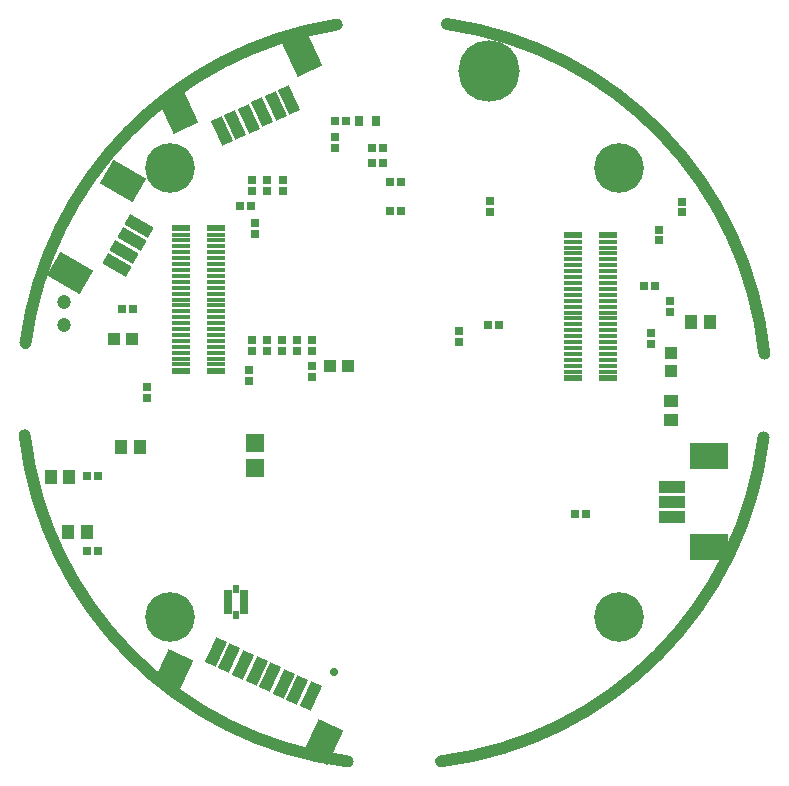
<source format=gbs>
%FSLAX44Y44*%
%MOMM*%
G71*
G01*
G75*
G04 Layer_Color=16711935*
%ADD10C,0.6000*%
%ADD11C,0.8000*%
%ADD12C,0.2540*%
%ADD13R,0.5000X0.6000*%
%ADD14R,0.6000X0.5000*%
%ADD15R,1.0160X0.8890*%
%ADD16R,0.8890X1.0160*%
%ADD17R,1.3970X1.3970*%
G04:AMPARAMS|DCode=18|XSize=0.32mm|YSize=1.7mm|CornerRadius=0.08mm|HoleSize=0mm|Usage=FLASHONLY|Rotation=0.000|XOffset=0mm|YOffset=0mm|HoleType=Round|Shape=RoundedRectangle|*
%AMROUNDEDRECTD18*
21,1,0.3200,1.5400,0,0,0.0*
21,1,0.1600,1.7000,0,0,0.0*
1,1,0.1600,0.0800,-0.7700*
1,1,0.1600,-0.0800,-0.7700*
1,1,0.1600,-0.0800,0.7700*
1,1,0.1600,0.0800,0.7700*
%
%ADD18ROUNDEDRECTD18*%
%ADD19R,0.5000X1.7000*%
%ADD20R,2.1000X0.8000*%
%ADD21R,3.0000X2.1000*%
%ADD22R,1.6000X1.0000*%
%ADD23R,3.2800X2.4000*%
%ADD24O,0.3500X2.0000*%
%ADD25R,1.5200X0.7600*%
%ADD26R,0.8000X2.1000*%
%ADD27R,2.1000X3.0000*%
%ADD28R,2.0320X0.6096*%
%ADD29O,2.0320X0.6096*%
G04:AMPARAMS|DCode=30|XSize=2mm|YSize=2mm|CornerRadius=0mm|HoleSize=0mm|Usage=FLASHONLY|Rotation=0.000|XOffset=0mm|YOffset=0mm|HoleType=Round|Shape=RoundedRectangle|*
%AMROUNDEDRECTD30*
21,1,2.0000,2.0000,0,0,0.0*
21,1,2.0000,2.0000,0,0,0.0*
1,1,0.0000,1.0000,-1.0000*
1,1,0.0000,-1.0000,-1.0000*
1,1,0.0000,-1.0000,1.0000*
1,1,0.0000,1.0000,1.0000*
%
%ADD30ROUNDEDRECTD30*%
%ADD31R,1.8000X1.2000*%
%ADD32R,1.0668X0.8128*%
%ADD33R,0.4000X1.7000*%
G04:AMPARAMS|DCode=34|XSize=0.4mm|YSize=1.7mm|CornerRadius=0.1mm|HoleSize=0mm|Usage=FLASHONLY|Rotation=0.000|XOffset=0mm|YOffset=0mm|HoleType=Round|Shape=RoundedRectangle|*
%AMROUNDEDRECTD34*
21,1,0.4000,1.5000,0,0,0.0*
21,1,0.2000,1.7000,0,0,0.0*
1,1,0.2000,0.1000,-0.7500*
1,1,0.2000,-0.1000,-0.7500*
1,1,0.2000,-0.1000,0.7500*
1,1,0.2000,0.1000,0.7500*
%
%ADD34ROUNDEDRECTD34*%
%ADD35R,0.8128X1.0668*%
%ADD36R,1.3970X1.3970*%
%ADD37R,1.6000X1.2000*%
%ADD38R,1.2954X1.6002*%
%ADD39R,1.6002X1.2954*%
%ADD40R,0.8128X0.8128*%
%ADD41R,6.3000X2.1500*%
%ADD42C,1.0000*%
%ADD43C,0.4000*%
%ADD44C,0.3000*%
%ADD45C,0.5000*%
%ADD46C,5.0000*%
G04:AMPARAMS|DCode=47|XSize=4mm|YSize=4mm|CornerRadius=2mm|HoleSize=0mm|Usage=FLASHONLY|Rotation=0.000|XOffset=0mm|YOffset=0mm|HoleType=Round|Shape=RoundedRectangle|*
%AMROUNDEDRECTD47*
21,1,4.0000,0.0000,0,0,0.0*
21,1,0.0000,4.0000,0,0,0.0*
1,1,4.0000,0.0000,0.0000*
1,1,4.0000,0.0000,0.0000*
1,1,4.0000,0.0000,0.0000*
1,1,4.0000,0.0000,0.0000*
%
%ADD47ROUNDEDRECTD47*%
%ADD48C,1.0000*%
%ADD49C,0.5000*%
%ADD50R,0.3050X0.6000*%
%ADD51R,0.5500X0.3050*%
%ADD52R,0.5500X0.3048*%
G04:AMPARAMS|DCode=53|XSize=3mm|YSize=2.1mm|CornerRadius=0mm|HoleSize=0mm|Usage=FLASHONLY|Rotation=330.000|XOffset=0mm|YOffset=0mm|HoleType=Round|Shape=Rectangle|*
%AMROTATEDRECTD53*
4,1,4,-1.8240,-0.1593,-0.7740,1.6593,1.8240,0.1593,0.7740,-1.6593,-1.8240,-0.1593,0.0*
%
%ADD53ROTATEDRECTD53*%

G04:AMPARAMS|DCode=54|XSize=2.1mm|YSize=0.8mm|CornerRadius=0mm|HoleSize=0mm|Usage=FLASHONLY|Rotation=330.000|XOffset=0mm|YOffset=0mm|HoleType=Round|Shape=Rectangle|*
%AMROTATEDRECTD54*
4,1,4,-1.1093,0.1786,-0.7093,0.8714,1.1093,-0.1786,0.7093,-0.8714,-1.1093,0.1786,0.0*
%
%ADD54ROTATEDRECTD54*%

G04:AMPARAMS|DCode=55|XSize=2.1mm|YSize=0.8mm|CornerRadius=0mm|HoleSize=0mm|Usage=FLASHONLY|Rotation=65.000|XOffset=0mm|YOffset=0mm|HoleType=Round|Shape=Rectangle|*
%AMROTATEDRECTD55*
4,1,4,-0.0812,-1.1207,-0.8063,-0.7826,0.0812,1.1207,0.8063,0.7826,-0.0812,-1.1207,0.0*
%
%ADD55ROTATEDRECTD55*%

G04:AMPARAMS|DCode=56|XSize=3mm|YSize=2.1mm|CornerRadius=0mm|HoleSize=0mm|Usage=FLASHONLY|Rotation=65.000|XOffset=0mm|YOffset=0mm|HoleType=Round|Shape=Rectangle|*
%AMROTATEDRECTD56*
4,1,4,0.3177,-1.8032,-1.5856,-0.9157,-0.3177,1.8032,1.5856,0.9157,0.3177,-1.8032,0.0*
%
%ADD56ROTATEDRECTD56*%

%ADD57R,1.3500X0.3000*%
%ADD58R,1.3500X0.2500*%
%ADD59R,0.6000X0.7000*%
G04:AMPARAMS|DCode=60|XSize=2.1mm|YSize=0.8mm|CornerRadius=0mm|HoleSize=0mm|Usage=FLASHONLY|Rotation=295.000|XOffset=0mm|YOffset=0mm|HoleType=Round|Shape=Rectangle|*
%AMROTATEDRECTD60*
4,1,4,-0.8063,0.7826,-0.0812,1.1207,0.8063,-0.7826,0.0812,-1.1207,-0.8063,0.7826,0.0*
%
%ADD60ROTATEDRECTD60*%

G04:AMPARAMS|DCode=61|XSize=3mm|YSize=2.1mm|CornerRadius=0mm|HoleSize=0mm|Usage=FLASHONLY|Rotation=295.000|XOffset=0mm|YOffset=0mm|HoleType=Round|Shape=Rectangle|*
%AMROTATEDRECTD61*
4,1,4,-1.5856,0.9157,0.3177,1.8032,1.5856,-0.9157,-0.3177,-1.8032,-1.5856,0.9157,0.0*
%
%ADD61ROTATEDRECTD61*%

%ADD62R,0.8128X0.8128*%
%ADD63C,0.1250*%
%ADD64C,0.1270*%
%ADD65C,0.1999*%
%ADD66C,0.1000*%
%ADD67C,0.1200*%
%ADD68C,0.1524*%
%ADD69C,0.2000*%
%ADD70C,0.2032*%
%ADD71R,0.7032X0.8032*%
%ADD72R,0.8032X0.7032*%
%ADD73R,1.2192X1.0922*%
%ADD74R,1.0922X1.2192*%
%ADD75R,1.6002X1.6002*%
G04:AMPARAMS|DCode=76|XSize=0.5232mm|YSize=1.9032mm|CornerRadius=0.1816mm|HoleSize=0mm|Usage=FLASHONLY|Rotation=0.000|XOffset=0mm|YOffset=0mm|HoleType=Round|Shape=RoundedRectangle|*
%AMROUNDEDRECTD76*
21,1,0.5232,1.5400,0,0,0.0*
21,1,0.1600,1.9032,0,0,0.0*
1,1,0.3632,0.0800,-0.7700*
1,1,0.3632,-0.0800,-0.7700*
1,1,0.3632,-0.0800,0.7700*
1,1,0.3632,0.0800,0.7700*
%
%ADD76ROUNDEDRECTD76*%
%ADD77R,0.7032X1.9032*%
%ADD78R,2.3032X1.0032*%
%ADD79R,3.2032X2.3032*%
%ADD80R,1.8032X1.2032*%
%ADD81R,3.4832X2.6032*%
%ADD82O,0.5532X2.2032*%
%ADD83R,1.7232X0.9632*%
%ADD84R,1.0032X2.3032*%
%ADD85R,2.3032X3.2032*%
%ADD86R,2.2352X0.8128*%
%ADD87O,2.2352X0.8128*%
G04:AMPARAMS|DCode=88|XSize=2.2032mm|YSize=2.2032mm|CornerRadius=0mm|HoleSize=0mm|Usage=FLASHONLY|Rotation=0.000|XOffset=0mm|YOffset=0mm|HoleType=Round|Shape=RoundedRectangle|*
%AMROUNDEDRECTD88*
21,1,2.2032,2.2032,0,0,0.0*
21,1,2.2032,2.2032,0,0,0.0*
1,1,0.0000,1.1016,-1.1016*
1,1,0.0000,-1.1016,-1.1016*
1,1,0.0000,-1.1016,1.1016*
1,1,0.0000,1.1016,1.1016*
%
%ADD88ROUNDEDRECTD88*%
%ADD89R,2.0032X1.4032*%
%ADD90R,1.2700X1.0160*%
%ADD91R,0.6032X1.9032*%
G04:AMPARAMS|DCode=92|XSize=0.6032mm|YSize=1.9032mm|CornerRadius=0.2016mm|HoleSize=0mm|Usage=FLASHONLY|Rotation=0.000|XOffset=0mm|YOffset=0mm|HoleType=Round|Shape=RoundedRectangle|*
%AMROUNDEDRECTD92*
21,1,0.6032,1.5000,0,0,0.0*
21,1,0.2000,1.9032,0,0,0.0*
1,1,0.4032,0.1000,-0.7500*
1,1,0.4032,-0.1000,-0.7500*
1,1,0.4032,-0.1000,0.7500*
1,1,0.4032,0.1000,0.7500*
%
%ADD92ROUNDEDRECTD92*%
%ADD93R,1.0160X1.2700*%
%ADD94R,1.6002X1.6002*%
%ADD95R,1.8032X1.4032*%
%ADD96R,1.4986X1.8034*%
%ADD97R,1.8034X1.4986*%
%ADD98R,1.0160X1.0160*%
%ADD99R,6.5032X2.3532*%
%ADD100C,5.2032*%
G04:AMPARAMS|DCode=101|XSize=4.2032mm|YSize=4.2032mm|CornerRadius=2.1016mm|HoleSize=0mm|Usage=FLASHONLY|Rotation=0.000|XOffset=0mm|YOffset=0mm|HoleType=Round|Shape=RoundedRectangle|*
%AMROUNDEDRECTD101*
21,1,4.2032,0.0000,0,0,0.0*
21,1,0.0000,4.2032,0,0,0.0*
1,1,4.2032,0.0000,0.0000*
1,1,4.2032,0.0000,0.0000*
1,1,4.2032,0.0000,0.0000*
1,1,4.2032,0.0000,0.0000*
%
%ADD101ROUNDEDRECTD101*%
%ADD102C,1.2032*%
%ADD103C,0.7032*%
%ADD104R,0.5082X0.8032*%
%ADD105R,0.7532X0.5082*%
%ADD106R,0.7532X0.5080*%
G04:AMPARAMS|DCode=107|XSize=3.2032mm|YSize=2.3032mm|CornerRadius=0mm|HoleSize=0mm|Usage=FLASHONLY|Rotation=330.000|XOffset=0mm|YOffset=0mm|HoleType=Round|Shape=Rectangle|*
%AMROTATEDRECTD107*
4,1,4,-1.9628,-0.1965,-0.8112,1.7981,1.9628,0.1965,0.8112,-1.7981,-1.9628,-0.1965,0.0*
%
%ADD107ROTATEDRECTD107*%

G04:AMPARAMS|DCode=108|XSize=2.3032mm|YSize=1.0032mm|CornerRadius=0mm|HoleSize=0mm|Usage=FLASHONLY|Rotation=330.000|XOffset=0mm|YOffset=0mm|HoleType=Round|Shape=Rectangle|*
%AMROTATEDRECTD108*
4,1,4,-1.2481,0.1414,-0.7465,1.0102,1.2481,-0.1414,0.7465,-1.0102,-1.2481,0.1414,0.0*
%
%ADD108ROTATEDRECTD108*%

G04:AMPARAMS|DCode=109|XSize=2.3032mm|YSize=1.0032mm|CornerRadius=0mm|HoleSize=0mm|Usage=FLASHONLY|Rotation=65.000|XOffset=0mm|YOffset=0mm|HoleType=Round|Shape=Rectangle|*
%AMROTATEDRECTD109*
4,1,4,-0.0321,-1.2557,-0.9413,-0.8317,0.0321,1.2557,0.9413,0.8317,-0.0321,-1.2557,0.0*
%
%ADD109ROTATEDRECTD109*%

G04:AMPARAMS|DCode=110|XSize=3.2032mm|YSize=2.3032mm|CornerRadius=0mm|HoleSize=0mm|Usage=FLASHONLY|Rotation=65.000|XOffset=0mm|YOffset=0mm|HoleType=Round|Shape=Rectangle|*
%AMROTATEDRECTD110*
4,1,4,0.3668,-1.9382,-1.7206,-0.9648,-0.3668,1.9382,1.7206,0.9648,0.3668,-1.9382,0.0*
%
%ADD110ROTATEDRECTD110*%

%ADD111R,1.5532X0.5032*%
%ADD112R,1.5532X0.4532*%
%ADD113R,0.8032X0.9032*%
G04:AMPARAMS|DCode=114|XSize=2.3032mm|YSize=1.0032mm|CornerRadius=0mm|HoleSize=0mm|Usage=FLASHONLY|Rotation=295.000|XOffset=0mm|YOffset=0mm|HoleType=Round|Shape=Rectangle|*
%AMROTATEDRECTD114*
4,1,4,-0.9413,0.8317,-0.0321,1.2557,0.9413,-0.8317,0.0321,-1.2557,-0.9413,0.8317,0.0*
%
%ADD114ROTATEDRECTD114*%

G04:AMPARAMS|DCode=115|XSize=3.2032mm|YSize=2.3032mm|CornerRadius=0mm|HoleSize=0mm|Usage=FLASHONLY|Rotation=295.000|XOffset=0mm|YOffset=0mm|HoleType=Round|Shape=Rectangle|*
%AMROTATEDRECTD115*
4,1,4,-1.7206,0.9648,0.3668,1.9382,1.7206,-0.9648,-0.3668,-1.9382,-1.7206,0.9648,0.0*
%
%ADD115ROTATEDRECTD115*%

%ADD116R,1.0160X1.0160*%
D42*
X39542Y-312508D02*
G03*
X312683Y-38132I-39542J312508D01*
G01*
X-312887Y-36424D02*
G03*
X-39542Y-312508I312887J36424D01*
G01*
X313297Y32714D02*
G03*
X44548Y311834I-313297J-32714D01*
G01*
X-48668Y311218D02*
G03*
X-312249Y41541I48668J-311218D01*
G01*
D71*
X-3230Y153701D02*
D03*
X5770D02*
D03*
X-18470Y194310D02*
D03*
X-9470D02*
D03*
X-259770Y-71190D02*
D03*
X-250770D02*
D03*
X-259770Y-134690D02*
D03*
X-250770D02*
D03*
X-50220Y229870D02*
D03*
X-41220D02*
D03*
X-121230Y157480D02*
D03*
X-130230D02*
D03*
X5770Y177800D02*
D03*
X-3230D02*
D03*
X-9470Y207010D02*
D03*
X-18470D02*
D03*
X220400Y90170D02*
D03*
X211400D02*
D03*
X79320Y57150D02*
D03*
X88320D02*
D03*
X-230560Y70676D02*
D03*
X-221560D02*
D03*
X152980Y-102870D02*
D03*
X161980D02*
D03*
D72*
X-122641Y18778D02*
D03*
Y9778D02*
D03*
X-209550Y-4500D02*
D03*
Y4500D02*
D03*
X54870Y51490D02*
D03*
Y42490D02*
D03*
X243430Y152290D02*
D03*
Y161290D02*
D03*
X-50187Y216146D02*
D03*
Y207146D02*
D03*
X-120650Y170760D02*
D03*
Y179760D02*
D03*
X-107950Y170760D02*
D03*
Y179760D02*
D03*
X80870Y161980D02*
D03*
Y152980D02*
D03*
X233680Y77000D02*
D03*
Y68000D02*
D03*
X217430Y41220D02*
D03*
Y50220D02*
D03*
X-118110Y133930D02*
D03*
Y142930D02*
D03*
X223930Y128640D02*
D03*
Y137640D02*
D03*
X-93980Y170760D02*
D03*
Y179760D02*
D03*
X-120650Y34870D02*
D03*
Y43870D02*
D03*
X-107950Y34870D02*
D03*
Y43870D02*
D03*
X-95250Y34870D02*
D03*
Y43870D02*
D03*
X-69850Y13280D02*
D03*
Y22280D02*
D03*
Y43870D02*
D03*
Y34870D02*
D03*
X-82550D02*
D03*
Y43870D02*
D03*
D73*
X233999Y-7239D02*
D03*
Y-23241D02*
D03*
D74*
X-215099Y-45974D02*
D03*
X-231101D02*
D03*
X-259969Y-118110D02*
D03*
X-275971D02*
D03*
X-274955Y-71368D02*
D03*
X-290957D02*
D03*
X251079Y59690D02*
D03*
X267081D02*
D03*
D78*
X235579Y-80210D02*
D03*
Y-92710D02*
D03*
Y-105210D02*
D03*
D79*
X266579Y-131410D02*
D03*
Y-54010D02*
D03*
D94*
X-117730Y-64135D02*
D03*
Y-42545D02*
D03*
D98*
X-53984Y22280D02*
D03*
X-38744D02*
D03*
X-222250Y45300D02*
D03*
X-237490D02*
D03*
D100*
X80010Y272032D02*
D03*
D101*
X-190000Y190000D02*
D03*
X190000D02*
D03*
Y-190000D02*
D03*
X-190000D02*
D03*
D102*
X-279400Y76200D02*
D03*
Y57150D02*
D03*
D103*
X-50629Y-237148D02*
D03*
D104*
X-134080Y-188689D02*
D03*
Y-166689D02*
D03*
D105*
X-140880Y-185189D02*
D03*
Y-170189D02*
D03*
X-127280D02*
D03*
Y-185189D02*
D03*
D106*
X-140880Y-180188D02*
D03*
Y-175190D02*
D03*
X-127280D02*
D03*
Y-180188D02*
D03*
D107*
X-274683Y100859D02*
D03*
X-229683Y178801D02*
D03*
D108*
X-215962Y140568D02*
D03*
X-222212Y129743D02*
D03*
X-228462Y118917D02*
D03*
X-234712Y108092D02*
D03*
D109*
X-127990Y-230674D02*
D03*
X-93641Y-246691D02*
D03*
X-105151Y-241324D02*
D03*
X-116480Y-236041D02*
D03*
X-82131Y-252058D02*
D03*
X-70620Y-257425D02*
D03*
X-139500Y-225306D02*
D03*
X-151010Y-219939D02*
D03*
D110*
X-60112Y-296530D02*
D03*
X-187720Y-237025D02*
D03*
D111*
X180750Y132750D02*
D03*
X151250D02*
D03*
X180750Y12250D02*
D03*
X151250D02*
D03*
X-151250Y138750D02*
D03*
X-180750D02*
D03*
X-151250Y18250D02*
D03*
X-180750D02*
D03*
D112*
X180750Y127500D02*
D03*
X151250D02*
D03*
X180750Y122500D02*
D03*
X151250D02*
D03*
X180750Y117500D02*
D03*
X151250D02*
D03*
X180750Y112500D02*
D03*
X151250D02*
D03*
X180750Y107500D02*
D03*
X151250D02*
D03*
X180750Y102500D02*
D03*
X151250D02*
D03*
X180750Y97500D02*
D03*
X151250D02*
D03*
X180750Y92500D02*
D03*
X151250D02*
D03*
X180750Y87500D02*
D03*
X151250D02*
D03*
X180750Y82500D02*
D03*
X151250D02*
D03*
X180750Y77500D02*
D03*
X151250D02*
D03*
X180750Y72500D02*
D03*
X151250D02*
D03*
X180750Y67500D02*
D03*
X151250D02*
D03*
X180750Y62500D02*
D03*
X151250D02*
D03*
X180750Y57500D02*
D03*
X151250D02*
D03*
X180750Y52500D02*
D03*
X151250D02*
D03*
X180750Y47500D02*
D03*
X151250D02*
D03*
X180750Y42500D02*
D03*
X151250D02*
D03*
X180750Y37500D02*
D03*
X151250D02*
D03*
X180750Y32500D02*
D03*
X151250D02*
D03*
X180750Y27500D02*
D03*
X151250D02*
D03*
X180750Y22500D02*
D03*
X151250D02*
D03*
X180750Y17500D02*
D03*
X151250D02*
D03*
X-151250Y133500D02*
D03*
X-180750D02*
D03*
X-151250Y128500D02*
D03*
X-180750D02*
D03*
X-151250Y123500D02*
D03*
X-180750D02*
D03*
X-151250Y118500D02*
D03*
X-180750D02*
D03*
X-151250Y113500D02*
D03*
X-180750D02*
D03*
X-151250Y108500D02*
D03*
X-180750D02*
D03*
X-151250Y103500D02*
D03*
X-180750D02*
D03*
X-151250Y98500D02*
D03*
X-180750D02*
D03*
X-151250Y93500D02*
D03*
X-180750D02*
D03*
X-151250Y88500D02*
D03*
X-180750D02*
D03*
X-151250Y83500D02*
D03*
X-180750D02*
D03*
X-151250Y78500D02*
D03*
X-180750D02*
D03*
X-151250Y73500D02*
D03*
X-180750D02*
D03*
X-151250Y68500D02*
D03*
X-180750D02*
D03*
X-151250Y63500D02*
D03*
X-180750D02*
D03*
X-151250Y58500D02*
D03*
X-180750D02*
D03*
X-151250Y53500D02*
D03*
X-180750D02*
D03*
X-151250Y48500D02*
D03*
X-180750D02*
D03*
X-151250Y43500D02*
D03*
X-180750D02*
D03*
X-151250Y38500D02*
D03*
X-180750D02*
D03*
X-151250Y33500D02*
D03*
X-180750D02*
D03*
X-151250Y28500D02*
D03*
X-180750D02*
D03*
X-151250Y23500D02*
D03*
X-180750D02*
D03*
D113*
X-15760Y229870D02*
D03*
X-29960D02*
D03*
D114*
X-111882Y236913D02*
D03*
X-123211Y231630D02*
D03*
X-146050Y220980D02*
D03*
X-134721Y226263D02*
D03*
X-100372Y242280D02*
D03*
X-89043Y247563D02*
D03*
D115*
X-182942Y237982D02*
D03*
X-78354Y286752D02*
D03*
D116*
X233999Y17780D02*
D03*
Y33020D02*
D03*
M02*

</source>
